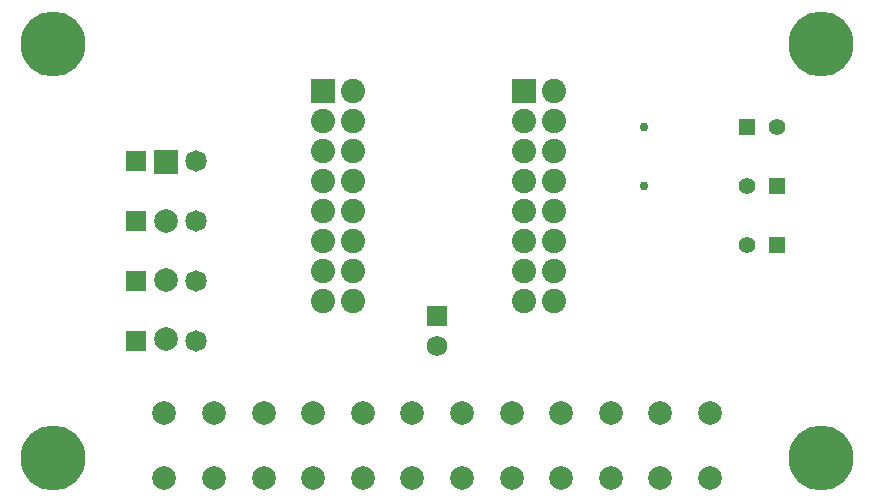
<source format=gbs>
%FSLAX33Y33*%
%MOMM*%
%AMRect-W1400000-H1400000-RO1.000*
21,1,1.4,1.4,0.,0.,180*%
%ADD10C,0.762*%
%ADD11R,2.049999X2.049999*%
%ADD12C,2.049999*%
%ADD13R,2.X2.*%
%ADD14C,2.*%
%ADD15C,5.5*%
%ADD16R,1.4X1.4*%
%ADD17C,1.4*%
%ADD18R,1.82X1.82*%
%ADD19C,1.82*%
%ADD20C,1.4*%
%ADD21Rect-W1400000-H1400000-RO1.000*%
%ADD22R,1.75X1.75*%
%ADD23C,1.75*%
D10*
%LNbottom solder mask_traces*%
G01*
X54992Y28000D03*
X54992Y33000D03*
%LNbottom solder mask component 41c15735770252ef*%
D11*
X27820Y35997D03*
D12*
X27820Y33457D03*
X27820Y30917D03*
X27820Y28377D03*
X27820Y25837D03*
X27820Y23297D03*
X27820Y20757D03*
X27820Y18217D03*
X30360Y35997D03*
X30360Y33457D03*
X30360Y30917D03*
X30360Y28377D03*
X30360Y25837D03*
X30360Y23297D03*
X30360Y20757D03*
X30360Y18217D03*
%LNbottom solder mask component 8aa9dbe17b2694dd*%
D13*
X14500Y30000D03*
D14*
X14500Y25000D03*
X14500Y20000D03*
X14500Y15000D03*
%LNbottom solder mask component f3f5b781052c70a8*%
D15*
X70000Y40000D03*
%LNbottom solder mask component 6e477e811df8e32e*%
X70000Y5000D03*
%LNbottom solder mask component fee21472fa440ebf*%
D16*
X63730Y33000D03*
D17*
X66270Y33000D03*
%LNbottom solder mask component bb9cf510df5bd2f2*%
D11*
X44820Y35997D03*
D12*
X44820Y33457D03*
X44820Y30917D03*
X44820Y28377D03*
X44820Y25837D03*
X44820Y23297D03*
X44820Y20757D03*
X44820Y18217D03*
X47360Y35997D03*
X47360Y33457D03*
X47360Y30917D03*
X47360Y28377D03*
X47360Y25837D03*
X47360Y23297D03*
X47360Y20757D03*
X47360Y18217D03*
%LNbottom solder mask component 781a32ea49690d2f*%
D14*
X14400Y8750D03*
X18600Y8750D03*
X22800Y8750D03*
X27000Y8750D03*
X31200Y8750D03*
X35400Y8750D03*
X39600Y8750D03*
X43800Y8750D03*
X48000Y8750D03*
X52200Y8750D03*
X56400Y8750D03*
X60600Y8750D03*
X14400Y3250D03*
X18600Y3250D03*
X22800Y3250D03*
X27000Y3250D03*
X31200Y3250D03*
X35400Y3250D03*
X39600Y3250D03*
X43800Y3250D03*
X48000Y3250D03*
X52200Y3250D03*
X56400Y3250D03*
X60600Y3250D03*
%LNbottom solder mask component 6cc8a17c2220d495*%
D18*
X11960Y14880D03*
D19*
X17040Y14880D03*
%LNbottom solder mask component 8065518f3e85c1ab*%
D18*
X11960Y25040D03*
D19*
X17040Y25040D03*
%LNbottom solder mask component 3690b7dfef4cbc9b*%
D18*
X11960Y19960D03*
D19*
X17040Y19960D03*
%LNbottom solder mask component 697b93ea490e0695*%
D20*
X63730Y28000D03*
D21*
X66270Y28000D03*
%LNbottom solder mask component 10c16d8175be8e60*%
D15*
X5000Y5000D03*
%LNbottom solder mask component 761dbd4768bded8a*%
D20*
X63730Y23000D03*
D21*
X66270Y23000D03*
%LNbottom solder mask component b5b3b87ae0d53d4d*%
D15*
X5000Y40000D03*
%LNbottom solder mask component d92ab5807f37edc5*%
D18*
X11960Y30120D03*
D19*
X17040Y30120D03*
%LNbottom solder mask component 4dc3ec6c5fda06a0*%
D22*
X37500Y16987D03*
D23*
X37500Y14447D03*
M02*
</source>
